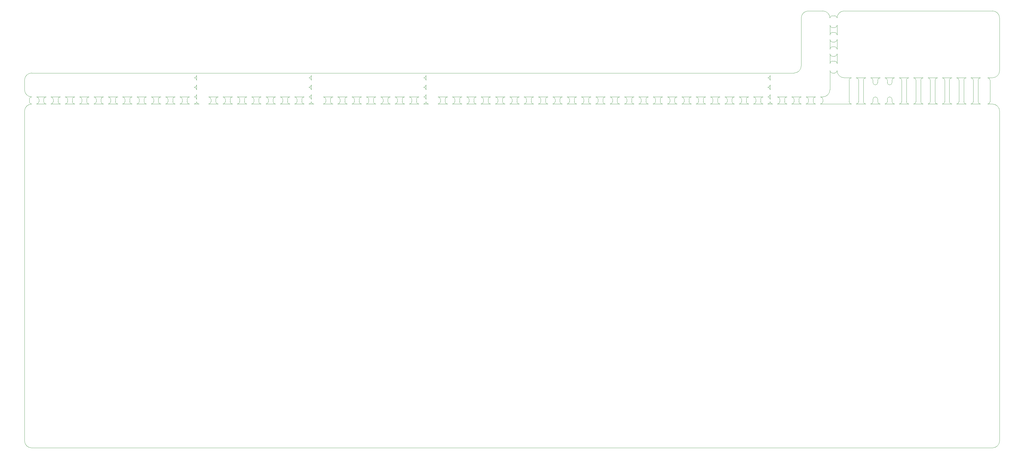
<source format=gm1>
G04 #@! TF.GenerationSoftware,KiCad,Pcbnew,(5.1.10)-1*
G04 #@! TF.CreationDate,2021-12-08T12:26:08-03:00*
G04 #@! TF.ProjectId,Poto-Rev2,506f746f-2d52-4657-9632-2e6b69636164,C3*
G04 #@! TF.SameCoordinates,Original*
G04 #@! TF.FileFunction,Profile,NP*
%FSLAX46Y46*%
G04 Gerber Fmt 4.6, Leading zero omitted, Abs format (unit mm)*
G04 Created by KiCad (PCBNEW (5.1.10)-1) date 2021-12-08 12:26:08*
%MOMM*%
%LPD*%
G01*
G04 APERTURE LIST*
G04 #@! TA.AperFunction,Profile*
%ADD10C,0.100000*%
G04 #@! TD*
G04 APERTURE END LIST*
D10*
X64293750Y-114300000D02*
X67468750Y-114300000D01*
X64293750Y-116681250D02*
G75*
G03*
X65087500Y-115887500I0J793750D01*
G01*
X65087500Y-115093750D02*
G75*
G03*
X64293750Y-114300000I-793750J0D01*
G01*
X54768750Y-114300000D02*
X57943750Y-114300000D01*
X47625000Y-115093750D02*
X47625000Y-115887500D01*
X59531250Y-116681250D02*
G75*
G03*
X60325000Y-115887500I0J793750D01*
G01*
X50800000Y-115093750D02*
X50800000Y-115887500D01*
X46037500Y-115093750D02*
G75*
G03*
X45243750Y-114300000I-793750J0D01*
G01*
X59531250Y-116681250D02*
X62706250Y-116681250D01*
X47625000Y-115887500D02*
G75*
G03*
X48418750Y-116681250I793750J0D01*
G01*
X42862500Y-115887500D02*
G75*
G03*
X43656250Y-116681250I793750J0D01*
G01*
X59531250Y-114300000D02*
X62706250Y-114300000D01*
X48418750Y-114300000D02*
G75*
G03*
X47625000Y-115093750I0J-793750D01*
G01*
X46037500Y-115093750D02*
X46037500Y-115887500D01*
X50006250Y-114300000D02*
X53181250Y-114300000D01*
X67468750Y-114300000D02*
G75*
G03*
X66675000Y-115093750I0J-793750D01*
G01*
X45243750Y-116681250D02*
X48418750Y-116681250D01*
X50006250Y-116681250D02*
G75*
G03*
X50800000Y-115887500I0J793750D01*
G01*
X62706250Y-114300000D02*
G75*
G03*
X61912500Y-115093750I0J-793750D01*
G01*
X42862500Y-115093750D02*
X42862500Y-115887500D01*
X53181250Y-114300000D02*
G75*
G03*
X52387500Y-115093750I0J-793750D01*
G01*
X45243750Y-114300000D02*
X48418750Y-114300000D01*
X55562500Y-115093750D02*
G75*
G03*
X54768750Y-114300000I-793750J0D01*
G01*
X43656250Y-114300000D02*
G75*
G03*
X42862500Y-115093750I0J-793750D01*
G01*
X60325000Y-115093750D02*
G75*
G03*
X59531250Y-114300000I-793750J0D01*
G01*
X54768750Y-116681250D02*
G75*
G03*
X55562500Y-115887500I0J793750D01*
G01*
X57150000Y-115887500D02*
G75*
G03*
X57943750Y-116681250I793750J0D01*
G01*
X65087500Y-115093750D02*
X65087500Y-115887500D01*
X57943750Y-114300000D02*
G75*
G03*
X57150000Y-115093750I0J-793750D01*
G01*
X52387500Y-115093750D02*
X52387500Y-115887500D01*
X50006250Y-116681250D02*
X53181250Y-116681250D01*
X45243750Y-116681250D02*
G75*
G03*
X46037500Y-115887500I0J793750D01*
G01*
X66675000Y-115887500D02*
G75*
G03*
X67468750Y-116681250I793750J0D01*
G01*
X52387500Y-115887500D02*
G75*
G03*
X53181250Y-116681250I793750J0D01*
G01*
X60325000Y-115093750D02*
X60325000Y-115887500D01*
X55562500Y-115093750D02*
X55562500Y-115887500D01*
X61912500Y-115887500D02*
G75*
G03*
X62706250Y-116681250I793750J0D01*
G01*
X50800000Y-115093750D02*
G75*
G03*
X50006250Y-114300000I-793750J0D01*
G01*
X54768750Y-116681250D02*
X57943750Y-116681250D01*
X64293750Y-116681250D02*
X67468750Y-116681250D01*
X66675000Y-115093750D02*
X66675000Y-115887500D01*
X61912500Y-115093750D02*
X61912500Y-115887500D01*
X57150000Y-115093750D02*
X57150000Y-115887500D01*
X98425000Y-113506250D02*
X98425000Y-115093750D01*
X97631250Y-116681250D02*
G75*
G03*
X98425000Y-115887500I0J793750D01*
G01*
X97631250Y-116681250D02*
X99218750Y-116681250D01*
X98425000Y-111918750D02*
G75*
G03*
X97631250Y-111125000I-793750J0D01*
G01*
X98425000Y-115093750D02*
G75*
G03*
X97631250Y-114300000I-793750J0D01*
G01*
X97631250Y-114300000D02*
G75*
G03*
X98425000Y-113506250I0J793750D01*
G01*
X99218750Y-116681250D02*
G75*
G02*
X98425000Y-115887500I0J793750D01*
G01*
X98425000Y-111918750D02*
X98425000Y-110331250D01*
X98425000Y-108743750D02*
G75*
G03*
X97631250Y-107950000I-793750J0D01*
G01*
X98425000Y-108743750D02*
X98425000Y-107156250D01*
X97631250Y-111125000D02*
G75*
G03*
X98425000Y-110331250I0J793750D01*
G01*
X97631250Y-107950000D02*
G75*
G03*
X98425000Y-107156250I0J793750D01*
G01*
X76200000Y-115093750D02*
X76200000Y-115887500D01*
X79375000Y-115093750D02*
X79375000Y-115887500D01*
X73818750Y-114300000D02*
X76993750Y-114300000D01*
X92868750Y-114300000D02*
X96043750Y-114300000D01*
X69850000Y-115093750D02*
G75*
G03*
X69056250Y-114300000I-793750J0D01*
G01*
X71437500Y-115887500D02*
G75*
G03*
X72231250Y-116681250I793750J0D01*
G01*
X69056250Y-116681250D02*
G75*
G03*
X69850000Y-115887500I0J793750D01*
G01*
X86518750Y-114300000D02*
G75*
G03*
X85725000Y-115093750I0J-793750D01*
G01*
X69056250Y-116681250D02*
X72231250Y-116681250D01*
X92868750Y-116681250D02*
G75*
G03*
X93662500Y-115887500I0J793750D01*
G01*
X74612500Y-115093750D02*
G75*
G03*
X73818750Y-114300000I-793750J0D01*
G01*
X78581250Y-116681250D02*
G75*
G03*
X79375000Y-115887500I0J793750D01*
G01*
X88106250Y-114300000D02*
X91281250Y-114300000D01*
X69850000Y-115093750D02*
X69850000Y-115887500D01*
X69056250Y-114300000D02*
X72231250Y-114300000D01*
X74612500Y-115093750D02*
X74612500Y-115887500D01*
X71437500Y-115093750D02*
X71437500Y-115887500D01*
X73818750Y-116681250D02*
G75*
G03*
X74612500Y-115887500I0J793750D01*
G01*
X72231250Y-114300000D02*
G75*
G03*
X71437500Y-115093750I0J-793750D01*
G01*
X76993750Y-114300000D02*
G75*
G03*
X76200000Y-115093750I0J-793750D01*
G01*
X73818750Y-116681250D02*
X76993750Y-116681250D01*
X76200000Y-115887500D02*
G75*
G03*
X76993750Y-116681250I793750J0D01*
G01*
X88900000Y-115093750D02*
G75*
G03*
X88106250Y-114300000I-793750J0D01*
G01*
X96043750Y-114300000D02*
G75*
G03*
X95250000Y-115093750I0J-793750D01*
G01*
X91281250Y-114300000D02*
G75*
G03*
X90487500Y-115093750I0J-793750D01*
G01*
X78581250Y-114300000D02*
X81756250Y-114300000D01*
X81756250Y-114300000D02*
G75*
G03*
X80962500Y-115093750I0J-793750D01*
G01*
X83343750Y-116681250D02*
G75*
G03*
X84137500Y-115887500I0J793750D01*
G01*
X85725000Y-115887500D02*
G75*
G03*
X86518750Y-116681250I793750J0D01*
G01*
X88106250Y-116681250D02*
X91281250Y-116681250D01*
X93662500Y-115093750D02*
G75*
G03*
X92868750Y-114300000I-793750J0D01*
G01*
X83343750Y-114300000D02*
X86518750Y-114300000D01*
X78581250Y-116681250D02*
X81756250Y-116681250D01*
X93662500Y-115093750D02*
X93662500Y-115887500D01*
X88106250Y-116681250D02*
G75*
G03*
X88900000Y-115887500I0J793750D01*
G01*
X84137500Y-115093750D02*
G75*
G03*
X83343750Y-114300000I-793750J0D01*
G01*
X80962500Y-115093750D02*
X80962500Y-115887500D01*
X90487500Y-115887500D02*
G75*
G03*
X91281250Y-116681250I793750J0D01*
G01*
X79375000Y-115093750D02*
G75*
G03*
X78581250Y-114300000I-793750J0D01*
G01*
X83343750Y-116681250D02*
X86518750Y-116681250D01*
X92868750Y-116681250D02*
X96043750Y-116681250D01*
X95250000Y-115887500D02*
G75*
G03*
X96043750Y-116681250I793750J0D01*
G01*
X95250000Y-115093750D02*
X95250000Y-115887500D01*
X85725000Y-115093750D02*
X85725000Y-115887500D01*
X80962500Y-115887500D02*
G75*
G03*
X81756250Y-116681250I793750J0D01*
G01*
X90487500Y-115093750D02*
X90487500Y-115887500D01*
X88900000Y-115093750D02*
X88900000Y-115887500D01*
X84137500Y-115093750D02*
X84137500Y-115887500D01*
X109537500Y-115093750D02*
X109537500Y-115887500D01*
X112712500Y-115093750D02*
X112712500Y-115887500D01*
X107156250Y-114300000D02*
X110331250Y-114300000D01*
X126206250Y-114300000D02*
X129381250Y-114300000D01*
X103187500Y-115093750D02*
G75*
G03*
X102393750Y-114300000I-793750J0D01*
G01*
X104775000Y-115887500D02*
G75*
G03*
X105568750Y-116681250I793750J0D01*
G01*
X102393750Y-116681250D02*
G75*
G03*
X103187500Y-115887500I0J793750D01*
G01*
X119856250Y-114300000D02*
G75*
G03*
X119062500Y-115093750I0J-793750D01*
G01*
X102393750Y-116681250D02*
X105568750Y-116681250D01*
X126206250Y-116681250D02*
G75*
G03*
X127000000Y-115887500I0J793750D01*
G01*
X107950000Y-115093750D02*
G75*
G03*
X107156250Y-114300000I-793750J0D01*
G01*
X111918750Y-116681250D02*
G75*
G03*
X112712500Y-115887500I0J793750D01*
G01*
X121443750Y-114300000D02*
X124618750Y-114300000D01*
X103187500Y-115093750D02*
X103187500Y-115887500D01*
X102393750Y-114300000D02*
X105568750Y-114300000D01*
X107950000Y-115093750D02*
X107950000Y-115887500D01*
X104775000Y-115093750D02*
X104775000Y-115887500D01*
X107156250Y-116681250D02*
G75*
G03*
X107950000Y-115887500I0J793750D01*
G01*
X105568750Y-114300000D02*
G75*
G03*
X104775000Y-115093750I0J-793750D01*
G01*
X110331250Y-114300000D02*
G75*
G03*
X109537500Y-115093750I0J-793750D01*
G01*
X107156250Y-116681250D02*
X110331250Y-116681250D01*
X109537500Y-115887500D02*
G75*
G03*
X110331250Y-116681250I793750J0D01*
G01*
X130968750Y-116681250D02*
G75*
G03*
X131762500Y-115887500I0J793750D01*
G01*
X122237500Y-115093750D02*
G75*
G03*
X121443750Y-114300000I-793750J0D01*
G01*
X130968750Y-114300000D02*
X134143750Y-114300000D01*
X129381250Y-114300000D02*
G75*
G03*
X128587500Y-115093750I0J-793750D01*
G01*
X124618750Y-114300000D02*
G75*
G03*
X123825000Y-115093750I0J-793750D01*
G01*
X133350000Y-115093750D02*
X133350000Y-115887500D01*
X111918750Y-114300000D02*
X115093750Y-114300000D01*
X115093750Y-114300000D02*
G75*
G03*
X114300000Y-115093750I0J-793750D01*
G01*
X130968750Y-116681250D02*
X134143750Y-116681250D01*
X116681250Y-116681250D02*
G75*
G03*
X117475000Y-115887500I0J793750D01*
G01*
X119062500Y-115887500D02*
G75*
G03*
X119856250Y-116681250I793750J0D01*
G01*
X121443750Y-116681250D02*
X124618750Y-116681250D01*
X131762500Y-115093750D02*
X131762500Y-115887500D01*
X127000000Y-115093750D02*
G75*
G03*
X126206250Y-114300000I-793750J0D01*
G01*
X134143750Y-114300000D02*
G75*
G03*
X133350000Y-115093750I0J-793750D01*
G01*
X116681250Y-114300000D02*
X119856250Y-114300000D01*
X111918750Y-116681250D02*
X115093750Y-116681250D01*
X127000000Y-115093750D02*
X127000000Y-115887500D01*
X121443750Y-116681250D02*
G75*
G03*
X122237500Y-115887500I0J793750D01*
G01*
X117475000Y-115093750D02*
G75*
G03*
X116681250Y-114300000I-793750J0D01*
G01*
X114300000Y-115093750D02*
X114300000Y-115887500D01*
X123825000Y-115887500D02*
G75*
G03*
X124618750Y-116681250I793750J0D01*
G01*
X112712500Y-115093750D02*
G75*
G03*
X111918750Y-114300000I-793750J0D01*
G01*
X116681250Y-116681250D02*
X119856250Y-116681250D01*
X126206250Y-116681250D02*
X129381250Y-116681250D01*
X128587500Y-115887500D02*
G75*
G03*
X129381250Y-116681250I793750J0D01*
G01*
X128587500Y-115093750D02*
X128587500Y-115887500D01*
X119062500Y-115093750D02*
X119062500Y-115887500D01*
X114300000Y-115887500D02*
G75*
G03*
X115093750Y-116681250I793750J0D01*
G01*
X123825000Y-115093750D02*
X123825000Y-115887500D01*
X133350000Y-115887500D02*
G75*
G03*
X134143750Y-116681250I793750J0D01*
G01*
X131762500Y-115093750D02*
G75*
G03*
X130968750Y-114300000I-793750J0D01*
G01*
X122237500Y-115093750D02*
X122237500Y-115887500D01*
X117475000Y-115093750D02*
X117475000Y-115887500D01*
X136525000Y-108743750D02*
G75*
G03*
X135731250Y-107950000I-793750J0D01*
G01*
X136525000Y-108743750D02*
X136525000Y-107156250D01*
X135731250Y-111125000D02*
G75*
G03*
X136525000Y-110331250I0J793750D01*
G01*
X135731250Y-107950000D02*
G75*
G03*
X136525000Y-107156250I0J793750D01*
G01*
X136525000Y-113506250D02*
X136525000Y-115093750D01*
X135731250Y-116681250D02*
X137318750Y-116681250D01*
X136525000Y-111918750D02*
X136525000Y-110331250D01*
X136525000Y-111918750D02*
G75*
G03*
X135731250Y-111125000I-793750J0D01*
G01*
X136525000Y-115093750D02*
G75*
G03*
X135731250Y-114300000I-793750J0D01*
G01*
X135731250Y-116681250D02*
G75*
G03*
X136525000Y-115887500I0J793750D01*
G01*
X135731250Y-114300000D02*
G75*
G03*
X136525000Y-113506250I0J793750D01*
G01*
X137318750Y-116681250D02*
G75*
G02*
X136525000Y-115887500I0J793750D01*
G01*
X140493750Y-116681250D02*
G75*
G03*
X141287500Y-115887500I0J793750D01*
G01*
X145256250Y-116681250D02*
G75*
G03*
X146050000Y-115887500I0J793750D01*
G01*
X140493750Y-114300000D02*
X143668750Y-114300000D01*
X142875000Y-115887500D02*
G75*
G03*
X143668750Y-116681250I793750J0D01*
G01*
X142875000Y-115093750D02*
X142875000Y-115887500D01*
X145256250Y-114300000D02*
X148431250Y-114300000D01*
X146050000Y-115093750D02*
X146050000Y-115887500D01*
X141287500Y-115093750D02*
G75*
G03*
X140493750Y-114300000I-793750J0D01*
G01*
X141287500Y-115093750D02*
X141287500Y-115887500D01*
X143668750Y-114300000D02*
G75*
G03*
X142875000Y-115093750I0J-793750D01*
G01*
X145256250Y-116681250D02*
X148431250Y-116681250D01*
X147637500Y-115887500D02*
G75*
G03*
X148431250Y-116681250I793750J0D01*
G01*
X146050000Y-115093750D02*
G75*
G03*
X145256250Y-114300000I-793750J0D01*
G01*
X140493750Y-116681250D02*
X143668750Y-116681250D01*
X147637500Y-115093750D02*
X147637500Y-115887500D01*
X148431250Y-114300000D02*
G75*
G03*
X147637500Y-115093750I0J-793750D01*
G01*
X159543750Y-114300000D02*
X162718750Y-114300000D01*
X164306250Y-116681250D02*
G75*
G03*
X165100000Y-115887500I0J793750D01*
G01*
X157956250Y-114300000D02*
G75*
G03*
X157162500Y-115093750I0J-793750D01*
G01*
X169068750Y-116681250D02*
G75*
G03*
X169862500Y-115887500I0J793750D01*
G01*
X164306250Y-114300000D02*
X167481250Y-114300000D01*
X150812500Y-115093750D02*
X150812500Y-115887500D01*
X150018750Y-116681250D02*
G75*
G03*
X150812500Y-115887500I0J793750D01*
G01*
X150812500Y-115093750D02*
G75*
G03*
X150018750Y-114300000I-793750J0D01*
G01*
X166687500Y-115887500D02*
G75*
G03*
X167481250Y-116681250I793750J0D01*
G01*
X160337500Y-115093750D02*
X160337500Y-115887500D01*
X150018750Y-114300000D02*
X153193750Y-114300000D01*
X153193750Y-114300000D02*
G75*
G03*
X152400000Y-115093750I0J-793750D01*
G01*
X160337500Y-115093750D02*
G75*
G03*
X159543750Y-114300000I-793750J0D01*
G01*
X166687500Y-115093750D02*
X166687500Y-115887500D01*
X169068750Y-114300000D02*
X172243750Y-114300000D01*
X154781250Y-116681250D02*
G75*
G03*
X155575000Y-115887500I0J793750D01*
G01*
X150018750Y-116681250D02*
X153193750Y-116681250D01*
X157162500Y-115887500D02*
G75*
G03*
X157956250Y-116681250I793750J0D01*
G01*
X162718750Y-114300000D02*
G75*
G03*
X161925000Y-115093750I0J-793750D01*
G01*
X159543750Y-116681250D02*
X162718750Y-116681250D01*
X157162500Y-115093750D02*
X157162500Y-115887500D01*
X169862500Y-115093750D02*
X169862500Y-115887500D01*
X165100000Y-115093750D02*
G75*
G03*
X164306250Y-114300000I-793750J0D01*
G01*
X165100000Y-115093750D02*
X165100000Y-115887500D01*
X152400000Y-115093750D02*
X152400000Y-115887500D01*
X167481250Y-114300000D02*
G75*
G03*
X166687500Y-115093750I0J-793750D01*
G01*
X159543750Y-116681250D02*
G75*
G03*
X160337500Y-115887500I0J793750D01*
G01*
X155575000Y-115093750D02*
G75*
G03*
X154781250Y-114300000I-793750J0D01*
G01*
X154781250Y-116681250D02*
X157956250Y-116681250D01*
X169068750Y-116681250D02*
X172243750Y-116681250D01*
X155575000Y-115093750D02*
X155575000Y-115887500D01*
X161925000Y-115887500D02*
G75*
G03*
X162718750Y-116681250I793750J0D01*
G01*
X161925000Y-115093750D02*
X161925000Y-115887500D01*
X171450000Y-115887500D02*
G75*
G03*
X172243750Y-116681250I793750J0D01*
G01*
X154781250Y-114300000D02*
X157956250Y-114300000D01*
X169862500Y-115093750D02*
G75*
G03*
X169068750Y-114300000I-793750J0D01*
G01*
X164306250Y-116681250D02*
X167481250Y-116681250D01*
X152400000Y-115887500D02*
G75*
G03*
X153193750Y-116681250I793750J0D01*
G01*
X171450000Y-115093750D02*
X171450000Y-115887500D01*
X172243750Y-114300000D02*
G75*
G03*
X171450000Y-115093750I0J-793750D01*
G01*
X175418750Y-116681250D02*
G75*
G02*
X174625000Y-115887500I0J793750D01*
G01*
X173831250Y-114300000D02*
G75*
G03*
X174625000Y-113506250I0J793750D01*
G01*
X173831250Y-116681250D02*
G75*
G03*
X174625000Y-115887500I0J793750D01*
G01*
X174625000Y-115093750D02*
G75*
G03*
X173831250Y-114300000I-793750J0D01*
G01*
X173831250Y-116681250D02*
X175418750Y-116681250D01*
X174625000Y-113506250D02*
X174625000Y-115093750D01*
X174625000Y-108743750D02*
G75*
G03*
X173831250Y-107950000I-793750J0D01*
G01*
X174625000Y-111918750D02*
G75*
G03*
X173831250Y-111125000I-793750J0D01*
G01*
X173831250Y-111125000D02*
G75*
G03*
X174625000Y-110331250I0J793750D01*
G01*
X173831250Y-107950000D02*
G75*
G03*
X174625000Y-107156250I0J793750D01*
G01*
X174625000Y-108743750D02*
X174625000Y-107156250D01*
X174625000Y-111918750D02*
X174625000Y-110331250D01*
X180975000Y-115887500D02*
G75*
G03*
X181768750Y-116681250I793750J0D01*
G01*
X179387500Y-115093750D02*
X179387500Y-115887500D01*
X178593750Y-114300000D02*
X181768750Y-114300000D01*
X178593750Y-116681250D02*
X181768750Y-116681250D01*
X178593750Y-116681250D02*
G75*
G03*
X179387500Y-115887500I0J793750D01*
G01*
X179387500Y-115093750D02*
G75*
G03*
X178593750Y-114300000I-793750J0D01*
G01*
X181768750Y-114300000D02*
G75*
G03*
X180975000Y-115093750I0J-793750D01*
G01*
X185737500Y-115887500D02*
G75*
G03*
X186531250Y-116681250I793750J0D01*
G01*
X184150000Y-115093750D02*
X184150000Y-115887500D01*
X184150000Y-115093750D02*
G75*
G03*
X183356250Y-114300000I-793750J0D01*
G01*
X183356250Y-114300000D02*
X186531250Y-114300000D01*
X183356250Y-116681250D02*
G75*
G03*
X184150000Y-115887500I0J793750D01*
G01*
X183356250Y-116681250D02*
X186531250Y-116681250D01*
X190500000Y-115887500D02*
G75*
G03*
X191293750Y-116681250I793750J0D01*
G01*
X188912500Y-115093750D02*
X188912500Y-115887500D01*
X188118750Y-116681250D02*
G75*
G03*
X188912500Y-115887500I0J793750D01*
G01*
X191293750Y-114300000D02*
G75*
G03*
X190500000Y-115093750I0J-793750D01*
G01*
X188912500Y-115093750D02*
G75*
G03*
X188118750Y-114300000I-793750J0D01*
G01*
X188118750Y-116681250D02*
X191293750Y-116681250D01*
X190500000Y-115093750D02*
X190500000Y-115887500D01*
X180975000Y-115093750D02*
X180975000Y-115887500D01*
X188118750Y-114300000D02*
X191293750Y-114300000D01*
X186531250Y-114300000D02*
G75*
G03*
X185737500Y-115093750I0J-793750D01*
G01*
X185737500Y-115093750D02*
X185737500Y-115887500D01*
X193675000Y-115093750D02*
X193675000Y-115887500D01*
X200025000Y-115887500D02*
G75*
G03*
X200818750Y-116681250I793750J0D01*
G01*
X196056250Y-114300000D02*
G75*
G03*
X195262500Y-115093750I0J-793750D01*
G01*
X192881250Y-116681250D02*
G75*
G03*
X193675000Y-115887500I0J793750D01*
G01*
X192881250Y-114300000D02*
X196056250Y-114300000D01*
X198437500Y-115093750D02*
X198437500Y-115887500D01*
X193675000Y-115093750D02*
G75*
G03*
X192881250Y-114300000I-793750J0D01*
G01*
X192881250Y-116681250D02*
X196056250Y-116681250D01*
X195262500Y-115093750D02*
X195262500Y-115887500D01*
X195262500Y-115887500D02*
G75*
G03*
X196056250Y-116681250I793750J0D01*
G01*
X197643750Y-114300000D02*
X200818750Y-114300000D01*
X197643750Y-116681250D02*
X200818750Y-116681250D01*
X197643750Y-116681250D02*
G75*
G03*
X198437500Y-115887500I0J793750D01*
G01*
X198437500Y-115093750D02*
G75*
G03*
X197643750Y-114300000I-793750J0D01*
G01*
X200818750Y-114300000D02*
G75*
G03*
X200025000Y-115093750I0J-793750D01*
G01*
X204787500Y-115887500D02*
G75*
G03*
X205581250Y-116681250I793750J0D01*
G01*
X203200000Y-115093750D02*
X203200000Y-115887500D01*
X203200000Y-115093750D02*
G75*
G03*
X202406250Y-114300000I-793750J0D01*
G01*
X202406250Y-114300000D02*
X205581250Y-114300000D01*
X202406250Y-116681250D02*
G75*
G03*
X203200000Y-115887500I0J793750D01*
G01*
X202406250Y-116681250D02*
X205581250Y-116681250D01*
X209550000Y-115887500D02*
G75*
G03*
X210343750Y-116681250I793750J0D01*
G01*
X207962500Y-115093750D02*
X207962500Y-115887500D01*
X207168750Y-116681250D02*
G75*
G03*
X207962500Y-115887500I0J793750D01*
G01*
X210343750Y-114300000D02*
G75*
G03*
X209550000Y-115093750I0J-793750D01*
G01*
X207962500Y-115093750D02*
G75*
G03*
X207168750Y-114300000I-793750J0D01*
G01*
X207168750Y-116681250D02*
X210343750Y-116681250D01*
X209550000Y-115093750D02*
X209550000Y-115887500D01*
X200025000Y-115093750D02*
X200025000Y-115887500D01*
X207168750Y-114300000D02*
X210343750Y-114300000D01*
X205581250Y-114300000D02*
G75*
G03*
X204787500Y-115093750I0J-793750D01*
G01*
X204787500Y-115093750D02*
X204787500Y-115887500D01*
X212725000Y-115093750D02*
X212725000Y-115887500D01*
X219075000Y-115887500D02*
G75*
G03*
X219868750Y-116681250I793750J0D01*
G01*
X215106250Y-114300000D02*
G75*
G03*
X214312500Y-115093750I0J-793750D01*
G01*
X211931250Y-116681250D02*
G75*
G03*
X212725000Y-115887500I0J793750D01*
G01*
X211931250Y-114300000D02*
X215106250Y-114300000D01*
X217487500Y-115093750D02*
X217487500Y-115887500D01*
X212725000Y-115093750D02*
G75*
G03*
X211931250Y-114300000I-793750J0D01*
G01*
X211931250Y-116681250D02*
X215106250Y-116681250D01*
X214312500Y-115093750D02*
X214312500Y-115887500D01*
X214312500Y-115887500D02*
G75*
G03*
X215106250Y-116681250I793750J0D01*
G01*
X216693750Y-114300000D02*
X219868750Y-114300000D01*
X216693750Y-116681250D02*
X219868750Y-116681250D01*
X216693750Y-116681250D02*
G75*
G03*
X217487500Y-115887500I0J793750D01*
G01*
X217487500Y-115093750D02*
G75*
G03*
X216693750Y-114300000I-793750J0D01*
G01*
X219868750Y-114300000D02*
G75*
G03*
X219075000Y-115093750I0J-793750D01*
G01*
X223837500Y-115887500D02*
G75*
G03*
X224631250Y-116681250I793750J0D01*
G01*
X222250000Y-115093750D02*
X222250000Y-115887500D01*
X222250000Y-115093750D02*
G75*
G03*
X221456250Y-114300000I-793750J0D01*
G01*
X221456250Y-114300000D02*
X224631250Y-114300000D01*
X221456250Y-116681250D02*
G75*
G03*
X222250000Y-115887500I0J793750D01*
G01*
X221456250Y-116681250D02*
X224631250Y-116681250D01*
X228600000Y-115887500D02*
G75*
G03*
X229393750Y-116681250I793750J0D01*
G01*
X227012500Y-115093750D02*
X227012500Y-115887500D01*
X226218750Y-116681250D02*
G75*
G03*
X227012500Y-115887500I0J793750D01*
G01*
X229393750Y-114300000D02*
G75*
G03*
X228600000Y-115093750I0J-793750D01*
G01*
X227012500Y-115093750D02*
G75*
G03*
X226218750Y-114300000I-793750J0D01*
G01*
X226218750Y-116681250D02*
X229393750Y-116681250D01*
X228600000Y-115093750D02*
X228600000Y-115887500D01*
X219075000Y-115093750D02*
X219075000Y-115887500D01*
X226218750Y-114300000D02*
X229393750Y-114300000D01*
X224631250Y-114300000D02*
G75*
G03*
X223837500Y-115093750I0J-793750D01*
G01*
X223837500Y-115093750D02*
X223837500Y-115887500D01*
X231775000Y-115093750D02*
X231775000Y-115887500D01*
X238125000Y-115887500D02*
G75*
G03*
X238918750Y-116681250I793750J0D01*
G01*
X234156250Y-114300000D02*
G75*
G03*
X233362500Y-115093750I0J-793750D01*
G01*
X230981250Y-116681250D02*
G75*
G03*
X231775000Y-115887500I0J793750D01*
G01*
X230981250Y-114300000D02*
X234156250Y-114300000D01*
X236537500Y-115093750D02*
X236537500Y-115887500D01*
X231775000Y-115093750D02*
G75*
G03*
X230981250Y-114300000I-793750J0D01*
G01*
X230981250Y-116681250D02*
X234156250Y-116681250D01*
X233362500Y-115093750D02*
X233362500Y-115887500D01*
X233362500Y-115887500D02*
G75*
G03*
X234156250Y-116681250I793750J0D01*
G01*
X235743750Y-114300000D02*
X238918750Y-114300000D01*
X235743750Y-116681250D02*
X238918750Y-116681250D01*
X235743750Y-116681250D02*
G75*
G03*
X236537500Y-115887500I0J793750D01*
G01*
X236537500Y-115093750D02*
G75*
G03*
X235743750Y-114300000I-793750J0D01*
G01*
X238918750Y-114300000D02*
G75*
G03*
X238125000Y-115093750I0J-793750D01*
G01*
X242887500Y-115887500D02*
G75*
G03*
X243681250Y-116681250I793750J0D01*
G01*
X241300000Y-115093750D02*
X241300000Y-115887500D01*
X241300000Y-115093750D02*
G75*
G03*
X240506250Y-114300000I-793750J0D01*
G01*
X240506250Y-114300000D02*
X243681250Y-114300000D01*
X240506250Y-116681250D02*
G75*
G03*
X241300000Y-115887500I0J793750D01*
G01*
X240506250Y-116681250D02*
X243681250Y-116681250D01*
X247650000Y-115887500D02*
G75*
G03*
X248443750Y-116681250I793750J0D01*
G01*
X246062500Y-115093750D02*
X246062500Y-115887500D01*
X245268750Y-116681250D02*
G75*
G03*
X246062500Y-115887500I0J793750D01*
G01*
X248443750Y-114300000D02*
G75*
G03*
X247650000Y-115093750I0J-793750D01*
G01*
X246062500Y-115093750D02*
G75*
G03*
X245268750Y-114300000I-793750J0D01*
G01*
X245268750Y-116681250D02*
X248443750Y-116681250D01*
X247650000Y-115093750D02*
X247650000Y-115887500D01*
X238125000Y-115093750D02*
X238125000Y-115887500D01*
X245268750Y-114300000D02*
X248443750Y-114300000D01*
X243681250Y-114300000D02*
G75*
G03*
X242887500Y-115093750I0J-793750D01*
G01*
X242887500Y-115093750D02*
X242887500Y-115887500D01*
X250825000Y-115093750D02*
X250825000Y-115887500D01*
X257175000Y-115887500D02*
G75*
G03*
X257968750Y-116681250I793750J0D01*
G01*
X253206250Y-114300000D02*
G75*
G03*
X252412500Y-115093750I0J-793750D01*
G01*
X250031250Y-116681250D02*
G75*
G03*
X250825000Y-115887500I0J793750D01*
G01*
X250031250Y-114300000D02*
X253206250Y-114300000D01*
X255587500Y-115093750D02*
X255587500Y-115887500D01*
X250825000Y-115093750D02*
G75*
G03*
X250031250Y-114300000I-793750J0D01*
G01*
X250031250Y-116681250D02*
X253206250Y-116681250D01*
X252412500Y-115093750D02*
X252412500Y-115887500D01*
X252412500Y-115887500D02*
G75*
G03*
X253206250Y-116681250I793750J0D01*
G01*
X254793750Y-114300000D02*
X257968750Y-114300000D01*
X254793750Y-116681250D02*
X257968750Y-116681250D01*
X254793750Y-116681250D02*
G75*
G03*
X255587500Y-115887500I0J793750D01*
G01*
X255587500Y-115093750D02*
G75*
G03*
X254793750Y-114300000I-793750J0D01*
G01*
X257968750Y-114300000D02*
G75*
G03*
X257175000Y-115093750I0J-793750D01*
G01*
X261937500Y-115887500D02*
G75*
G03*
X262731250Y-116681250I793750J0D01*
G01*
X260350000Y-115093750D02*
X260350000Y-115887500D01*
X260350000Y-115093750D02*
G75*
G03*
X259556250Y-114300000I-793750J0D01*
G01*
X259556250Y-114300000D02*
X262731250Y-114300000D01*
X259556250Y-116681250D02*
G75*
G03*
X260350000Y-115887500I0J793750D01*
G01*
X259556250Y-116681250D02*
X262731250Y-116681250D01*
X266700000Y-115887500D02*
G75*
G03*
X267493750Y-116681250I793750J0D01*
G01*
X265112500Y-115093750D02*
X265112500Y-115887500D01*
X264318750Y-116681250D02*
G75*
G03*
X265112500Y-115887500I0J793750D01*
G01*
X267493750Y-114300000D02*
G75*
G03*
X266700000Y-115093750I0J-793750D01*
G01*
X265112500Y-115093750D02*
G75*
G03*
X264318750Y-114300000I-793750J0D01*
G01*
X264318750Y-116681250D02*
X267493750Y-116681250D01*
X266700000Y-115093750D02*
X266700000Y-115887500D01*
X257175000Y-115093750D02*
X257175000Y-115887500D01*
X264318750Y-114300000D02*
X267493750Y-114300000D01*
X262731250Y-114300000D02*
G75*
G03*
X261937500Y-115093750I0J-793750D01*
G01*
X261937500Y-115093750D02*
X261937500Y-115887500D01*
X288131250Y-116681250D02*
X289718750Y-116681250D01*
X289718750Y-116681250D02*
G75*
G02*
X288925000Y-115887500I0J793750D01*
G01*
X288925000Y-108743750D02*
X288925000Y-107156250D01*
X288925000Y-111918750D02*
X288925000Y-110331250D01*
X288925000Y-113506250D02*
X288925000Y-115093750D01*
X288131250Y-107950000D02*
G75*
G03*
X288925000Y-107156250I0J793750D01*
G01*
X296862500Y-106362500D02*
X43656250Y-106362500D01*
X271462500Y-115887500D02*
G75*
G03*
X272256250Y-116681250I793750J0D01*
G01*
X269875000Y-115093750D02*
X269875000Y-115887500D01*
X272256250Y-114300000D02*
G75*
G03*
X271462500Y-115093750I0J-793750D01*
G01*
X269081250Y-116681250D02*
G75*
G03*
X269875000Y-115887500I0J793750D01*
G01*
X269875000Y-115093750D02*
G75*
G03*
X269081250Y-114300000I-793750J0D01*
G01*
X269081250Y-116681250D02*
X272256250Y-116681250D01*
X269081250Y-114300000D02*
X272256250Y-114300000D01*
X271462500Y-115093750D02*
X271462500Y-115887500D01*
X276225000Y-115887500D02*
G75*
G03*
X277018750Y-116681250I793750J0D01*
G01*
X274637500Y-115093750D02*
X274637500Y-115887500D01*
X277018750Y-114300000D02*
G75*
G03*
X276225000Y-115093750I0J-793750D01*
G01*
X273843750Y-116681250D02*
G75*
G03*
X274637500Y-115887500I0J793750D01*
G01*
X274637500Y-115093750D02*
G75*
G03*
X273843750Y-114300000I-793750J0D01*
G01*
X273843750Y-116681250D02*
X277018750Y-116681250D01*
X273843750Y-114300000D02*
X277018750Y-114300000D01*
X276225000Y-115093750D02*
X276225000Y-115887500D01*
X280987500Y-115887500D02*
G75*
G03*
X281781250Y-116681250I793750J0D01*
G01*
X279400000Y-115093750D02*
X279400000Y-115887500D01*
X281781250Y-114300000D02*
G75*
G03*
X280987500Y-115093750I0J-793750D01*
G01*
X278606250Y-116681250D02*
G75*
G03*
X279400000Y-115887500I0J793750D01*
G01*
X279400000Y-115093750D02*
G75*
G03*
X278606250Y-114300000I-793750J0D01*
G01*
X278606250Y-116681250D02*
X281781250Y-116681250D01*
X278606250Y-114300000D02*
X281781250Y-114300000D01*
X280987500Y-115093750D02*
X280987500Y-115887500D01*
X285750000Y-115887500D02*
G75*
G03*
X286543750Y-116681250I793750J0D01*
G01*
X284162500Y-115093750D02*
X284162500Y-115887500D01*
X286543750Y-114300000D02*
G75*
G03*
X285750000Y-115093750I0J-793750D01*
G01*
X283368750Y-116681250D02*
G75*
G03*
X284162500Y-115887500I0J793750D01*
G01*
X284162500Y-115093750D02*
G75*
G03*
X283368750Y-114300000I-793750J0D01*
G01*
X283368750Y-116681250D02*
X286543750Y-116681250D01*
X283368750Y-114300000D02*
X286543750Y-114300000D01*
X285750000Y-115093750D02*
X285750000Y-115887500D01*
X306387500Y-114300000D02*
X305593750Y-114300000D01*
X306387500Y-115093750D02*
X306387500Y-115887500D01*
X306387500Y-115093750D02*
G75*
G03*
X305593750Y-114300000I-793750J0D01*
G01*
X305593750Y-116681250D02*
G75*
G03*
X306387500Y-115887500I0J793750D01*
G01*
X313531250Y-107950000D02*
X315912500Y-107950000D01*
X315912500Y-107950000D02*
G75*
G03*
X315118750Y-108743750I0J-793750D01*
G01*
X315118750Y-115887500D02*
X315118750Y-108743750D01*
X315118750Y-115887500D02*
G75*
G03*
X315912500Y-116681250I793750J0D01*
G01*
X305593750Y-116681250D02*
X315912500Y-116681250D01*
X288925000Y-108743750D02*
G75*
G03*
X288131250Y-107950000I-793750J0D01*
G01*
X288925000Y-111918750D02*
G75*
G03*
X288131250Y-111125000I-793750J0D01*
G01*
X288131250Y-111125000D02*
G75*
G03*
X288925000Y-110331250I0J793750D01*
G01*
X288925000Y-115093750D02*
G75*
G03*
X288131250Y-114300000I-793750J0D01*
G01*
X288131250Y-114300000D02*
G75*
G03*
X288925000Y-113506250I0J793750D01*
G01*
X288131250Y-116681250D02*
G75*
G03*
X288925000Y-115887500I0J793750D01*
G01*
X310356250Y-106362500D02*
G75*
G03*
X311150000Y-105568750I0J793750D01*
G01*
X308768750Y-105568750D02*
G75*
G03*
X309562500Y-106362500I793750J0D01*
G01*
X310356250Y-106362500D02*
X309562500Y-106362500D01*
X309562500Y-102393750D02*
G75*
G03*
X308768750Y-103187500I0J-793750D01*
G01*
X309562500Y-100806250D02*
X310356250Y-100806250D01*
X311150000Y-100012500D02*
X311150000Y-103187500D01*
X311150000Y-103187500D02*
G75*
G03*
X310356250Y-102393750I-793750J0D01*
G01*
X308768750Y-100012500D02*
X308768750Y-103187500D01*
X310356250Y-100806250D02*
G75*
G03*
X311150000Y-100012500I0J793750D01*
G01*
X309562500Y-102393750D02*
X310356250Y-102393750D01*
X308768750Y-100012500D02*
G75*
G03*
X309562500Y-100806250I793750J0D01*
G01*
X309562500Y-97631250D02*
G75*
G03*
X308768750Y-98425000I0J-793750D01*
G01*
X309562500Y-96043750D02*
X310356250Y-96043750D01*
X311150000Y-95250000D02*
X311150000Y-98425000D01*
X311150000Y-98425000D02*
G75*
G03*
X310356250Y-97631250I-793750J0D01*
G01*
X308768750Y-95250000D02*
X308768750Y-98425000D01*
X310356250Y-96043750D02*
G75*
G03*
X311150000Y-95250000I0J793750D01*
G01*
X309562500Y-97631250D02*
X310356250Y-97631250D01*
X308768750Y-95250000D02*
G75*
G03*
X309562500Y-96043750I793750J0D01*
G01*
X361950000Y-108743750D02*
G75*
G03*
X361156250Y-107950000I-793750J0D01*
G01*
X361950000Y-108743750D02*
X361950000Y-115887500D01*
X361156250Y-116681250D02*
G75*
G03*
X361950000Y-115887500I0J793750D01*
G01*
X355600000Y-116681250D02*
X358775000Y-116681250D01*
X355600000Y-116681250D02*
G75*
G03*
X356393750Y-115887500I0J793750D01*
G01*
X356393750Y-108743750D02*
G75*
G03*
X355600000Y-107950000I-793750J0D01*
G01*
X357981250Y-115887500D02*
X357981250Y-108743750D01*
X357981250Y-115887500D02*
G75*
G03*
X358775000Y-116681250I793750J0D01*
G01*
X358775000Y-107950000D02*
X355600000Y-107950000D01*
X356393750Y-108743750D02*
X356393750Y-115887500D01*
X358775000Y-107950000D02*
G75*
G03*
X357981250Y-108743750I0J-793750D01*
G01*
X350837500Y-116681250D02*
X354012500Y-116681250D01*
X350837500Y-116681250D02*
G75*
G03*
X351631250Y-115887500I0J793750D01*
G01*
X351631250Y-108743750D02*
G75*
G03*
X350837500Y-107950000I-793750J0D01*
G01*
X353218750Y-115887500D02*
X353218750Y-108743750D01*
X353218750Y-115887500D02*
G75*
G03*
X354012500Y-116681250I793750J0D01*
G01*
X354012500Y-107950000D02*
X350837500Y-107950000D01*
X351631250Y-108743750D02*
X351631250Y-115887500D01*
X354012500Y-107950000D02*
G75*
G03*
X353218750Y-108743750I0J-793750D01*
G01*
X346075000Y-116681250D02*
X349250000Y-116681250D01*
X346075000Y-116681250D02*
G75*
G03*
X346868750Y-115887500I0J793750D01*
G01*
X346868750Y-108743750D02*
G75*
G03*
X346075000Y-107950000I-793750J0D01*
G01*
X348456250Y-115887500D02*
X348456250Y-108743750D01*
X348456250Y-115887500D02*
G75*
G03*
X349250000Y-116681250I793750J0D01*
G01*
X349250000Y-107950000D02*
X346075000Y-107950000D01*
X346868750Y-108743750D02*
X346868750Y-115887500D01*
X349250000Y-107950000D02*
G75*
G03*
X348456250Y-108743750I0J-793750D01*
G01*
X341312500Y-116681250D02*
X344487500Y-116681250D01*
X341312500Y-116681250D02*
G75*
G03*
X342106250Y-115887500I0J793750D01*
G01*
X342106250Y-108743750D02*
G75*
G03*
X341312500Y-107950000I-793750J0D01*
G01*
X343693750Y-115887500D02*
X343693750Y-108743750D01*
X343693750Y-115887500D02*
G75*
G03*
X344487500Y-116681250I793750J0D01*
G01*
X344487500Y-107950000D02*
X341312500Y-107950000D01*
X342106250Y-108743750D02*
X342106250Y-115887500D01*
X344487500Y-107950000D02*
G75*
G03*
X343693750Y-108743750I0J-793750D01*
G01*
X336550000Y-116681250D02*
X339725000Y-116681250D01*
X336550000Y-116681250D02*
G75*
G03*
X337343750Y-115887500I0J793750D01*
G01*
X337343750Y-108743750D02*
G75*
G03*
X336550000Y-107950000I-793750J0D01*
G01*
X338931250Y-115887500D02*
X338931250Y-108743750D01*
X338931250Y-115887500D02*
G75*
G03*
X339725000Y-116681250I793750J0D01*
G01*
X339725000Y-107950000D02*
X336550000Y-107950000D01*
X337343750Y-108743750D02*
X337343750Y-115887500D01*
X339725000Y-107950000D02*
G75*
G03*
X338931250Y-108743750I0J-793750D01*
G01*
X331787500Y-116681250D02*
X334962500Y-116681250D01*
X331787500Y-116681250D02*
G75*
G03*
X332581250Y-115887500I0J793750D01*
G01*
X332581250Y-108743750D02*
G75*
G03*
X331787500Y-107950000I-793750J0D01*
G01*
X334168750Y-115887500D02*
X334168750Y-108743750D01*
X334168750Y-115887500D02*
G75*
G03*
X334962500Y-116681250I793750J0D01*
G01*
X334962500Y-107950000D02*
X331787500Y-107950000D01*
X332581250Y-108743750D02*
X332581250Y-115887500D01*
X334962500Y-107950000D02*
G75*
G03*
X334168750Y-108743750I0J-793750D01*
G01*
X330200000Y-116681250D02*
G75*
G02*
X329406250Y-115887500I0J793750D01*
G01*
X327025000Y-116681250D02*
X330200000Y-116681250D01*
X327818750Y-115887500D02*
G75*
G02*
X327025000Y-116681250I-793750J0D01*
G01*
X328612500Y-114300000D02*
G75*
G03*
X327818750Y-115093750I0J-793750D01*
G01*
X327818750Y-115093750D02*
X327818750Y-115887500D01*
X329406250Y-115093750D02*
G75*
G03*
X328612500Y-114300000I-793750J0D01*
G01*
X329406250Y-115887500D02*
X329406250Y-115093750D01*
X325437500Y-116681250D02*
G75*
G02*
X324643750Y-115887500I0J793750D01*
G01*
X322262500Y-116681250D02*
X325437500Y-116681250D01*
X323056250Y-115887500D02*
G75*
G02*
X322262500Y-116681250I-793750J0D01*
G01*
X324643750Y-115093750D02*
G75*
G03*
X323850000Y-114300000I-793750J0D01*
G01*
X323056250Y-115093750D02*
X323056250Y-115887500D01*
X323850000Y-114300000D02*
G75*
G03*
X323056250Y-115093750I0J-793750D01*
G01*
X324643750Y-115887500D02*
X324643750Y-115093750D01*
X318293750Y-108743750D02*
X318293750Y-115887500D01*
X320675000Y-107950000D02*
G75*
G03*
X319881250Y-108743750I0J-793750D01*
G01*
X320675000Y-107950000D02*
X317500000Y-107950000D01*
X319881250Y-115887500D02*
G75*
G03*
X320675000Y-116681250I793750J0D01*
G01*
X319881250Y-115887500D02*
X319881250Y-108743750D01*
X318293750Y-108743750D02*
G75*
G03*
X317500000Y-107950000I-793750J0D01*
G01*
X317500000Y-116681250D02*
G75*
G03*
X318293750Y-115887500I0J793750D01*
G01*
X317500000Y-116681250D02*
X320675000Y-116681250D01*
X299243750Y-88106250D02*
G75*
G02*
X301625000Y-85725000I2381250J0D01*
G01*
X328612500Y-110331250D02*
G75*
G02*
X327818750Y-109537500I0J793750D01*
G01*
X329406250Y-109537500D02*
G75*
G02*
X328612500Y-110331250I-793750J0D01*
G01*
X323850000Y-110331250D02*
G75*
G02*
X323056250Y-109537500I0J793750D01*
G01*
X324643750Y-109537500D02*
G75*
G02*
X323850000Y-110331250I-793750J0D01*
G01*
X308768750Y-90487500D02*
G75*
G03*
X309562500Y-91281250I793750J0D01*
G01*
X309562500Y-91281250D02*
X310356250Y-91281250D01*
X308768750Y-90487500D02*
X308768750Y-93662500D01*
X310356250Y-91281250D02*
G75*
G03*
X311150000Y-90487500I0J793750D01*
G01*
X309562500Y-92868750D02*
G75*
G03*
X308768750Y-93662500I0J-793750D01*
G01*
X311150000Y-90487500D02*
X311150000Y-93662500D01*
X309562500Y-92868750D02*
X310356250Y-92868750D01*
X311150000Y-93662500D02*
G75*
G03*
X310356250Y-92868750I-793750J0D01*
G01*
X311150000Y-88106250D02*
G75*
G03*
X310356250Y-87312500I-793750J0D01*
G01*
X310356250Y-87312500D02*
X309562500Y-87312500D01*
X309562500Y-87312500D02*
G75*
G03*
X308768750Y-88106250I0J-793750D01*
G01*
X323056250Y-108743750D02*
X323056250Y-109537500D01*
X324643750Y-109537500D02*
X324643750Y-108743750D01*
X325437500Y-107950000D02*
G75*
G03*
X324643750Y-108743750I0J-793750D01*
G01*
X325437500Y-107950000D02*
X322262500Y-107950000D01*
X323056250Y-108743750D02*
G75*
G03*
X322262500Y-107950000I-793750J0D01*
G01*
X327818750Y-108743750D02*
X327818750Y-109537500D01*
X329406250Y-109537500D02*
X329406250Y-108743750D01*
X330200000Y-107950000D02*
G75*
G03*
X329406250Y-108743750I0J-793750D01*
G01*
X330200000Y-107950000D02*
X327025000Y-107950000D01*
X327818750Y-108743750D02*
G75*
G03*
X327025000Y-107950000I-793750J0D01*
G01*
X296862500Y-106362500D02*
G75*
G03*
X299243750Y-103981250I0J2381250D01*
G01*
X306387500Y-85725000D02*
X301625000Y-85725000D01*
X41275000Y-111918750D02*
X41275000Y-108743750D01*
X365125000Y-105568750D02*
X365125000Y-88106250D01*
X365125000Y-228600000D02*
X365125000Y-119062500D01*
X362743750Y-85725000D02*
X313531250Y-85725000D01*
X365125000Y-88106250D02*
G75*
G03*
X362743750Y-85725000I-2381250J0D01*
G01*
X365125000Y-119062500D02*
G75*
G03*
X362743750Y-116681250I-2381250J0D01*
G01*
X41275000Y-228600000D02*
X41275000Y-119062500D01*
X299243750Y-88106250D02*
X299243750Y-103981250D01*
X362743750Y-107950000D02*
G75*
G03*
X365125000Y-105568750I0J2381250D01*
G01*
X43656250Y-106362500D02*
G75*
G03*
X41275000Y-108743750I0J-2381250D01*
G01*
X41275000Y-111918750D02*
G75*
G03*
X43656250Y-114300000I2381250J0D01*
G01*
X308768750Y-88106250D02*
G75*
G03*
X306387500Y-85725000I-2381250J0D01*
G01*
X306387500Y-114300000D02*
G75*
G03*
X308768750Y-111918750I0J2381250D01*
G01*
X362743750Y-107950000D02*
X361156250Y-107950000D01*
X293687500Y-115093750D02*
X293687500Y-115887500D01*
X291306250Y-114300000D02*
X294481250Y-114300000D01*
X362743750Y-116681250D02*
X361156250Y-116681250D01*
X303212500Y-115093750D02*
X303212500Y-115887500D01*
X296862500Y-115093750D02*
X296862500Y-115887500D01*
X300831250Y-114300000D02*
X304006250Y-114300000D01*
X292100000Y-115093750D02*
G75*
G03*
X291306250Y-114300000I-793750J0D01*
G01*
X291306250Y-116681250D02*
X294481250Y-116681250D01*
X303212500Y-115887500D02*
G75*
G03*
X304006250Y-116681250I793750J0D01*
G01*
X301625000Y-115093750D02*
G75*
G03*
X300831250Y-114300000I-793750J0D01*
G01*
X298450000Y-115887500D02*
G75*
G03*
X299243750Y-116681250I793750J0D01*
G01*
X300831250Y-116681250D02*
G75*
G03*
X301625000Y-115887500I0J793750D01*
G01*
X296068750Y-114300000D02*
X299243750Y-114300000D01*
X304006250Y-114300000D02*
G75*
G03*
X303212500Y-115093750I0J-793750D01*
G01*
X311150000Y-105568750D02*
G75*
G03*
X313531250Y-107950000I2381250J0D01*
G01*
X308768750Y-105568750D02*
X308768750Y-111918750D01*
X313531250Y-85725000D02*
G75*
G03*
X311150000Y-88106250I0J-2381250D01*
G01*
X293687500Y-115887500D02*
G75*
G03*
X294481250Y-116681250I793750J0D01*
G01*
X296068750Y-116681250D02*
X299243750Y-116681250D01*
X300831250Y-116681250D02*
X304006250Y-116681250D01*
X298450000Y-115093750D02*
X298450000Y-115887500D01*
X292100000Y-115093750D02*
X292100000Y-115887500D01*
X291306250Y-116681250D02*
G75*
G03*
X292100000Y-115887500I0J793750D01*
G01*
X296862500Y-115093750D02*
G75*
G03*
X296068750Y-114300000I-793750J0D01*
G01*
X43656250Y-230981250D02*
X362743750Y-230981250D01*
X299243750Y-114300000D02*
G75*
G03*
X298450000Y-115093750I0J-793750D01*
G01*
X41275000Y-228600000D02*
G75*
G03*
X43656250Y-230981250I2381250J0D01*
G01*
X362743750Y-230981250D02*
G75*
G03*
X365125000Y-228600000I0J2381250D01*
G01*
X294481250Y-114300000D02*
G75*
G03*
X293687500Y-115093750I0J-793750D01*
G01*
X296068750Y-116681250D02*
G75*
G03*
X296862500Y-115887500I0J793750D01*
G01*
X301625000Y-115093750D02*
X301625000Y-115887500D01*
X43656250Y-116681250D02*
G75*
G03*
X41275000Y-119062500I0J-2381250D01*
G01*
M02*

</source>
